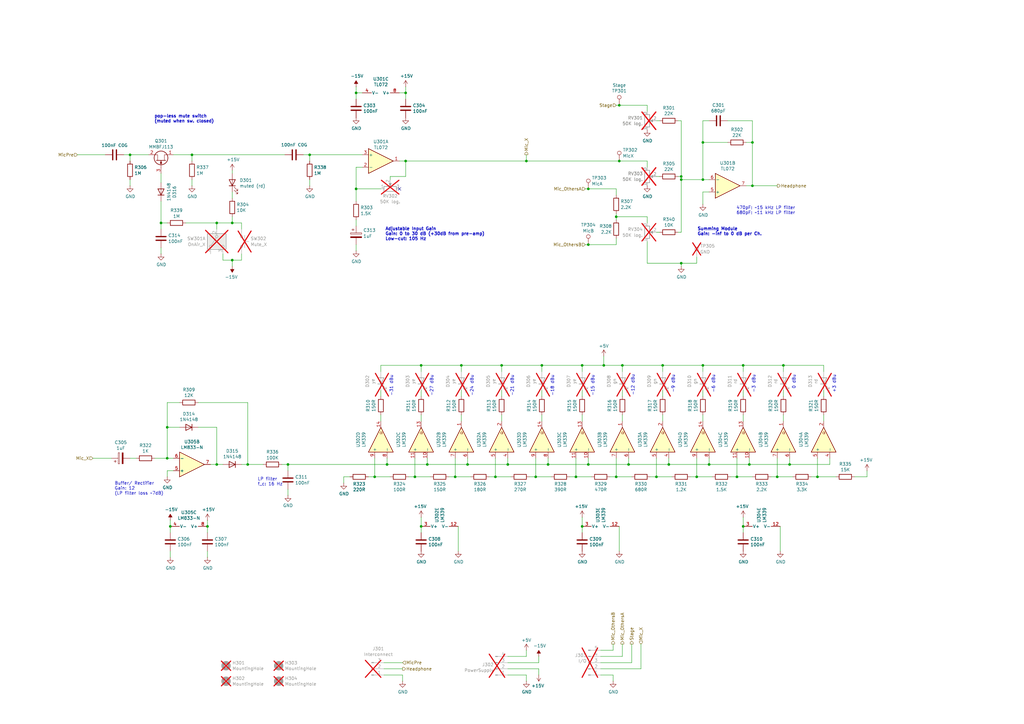
<source format=kicad_sch>
(kicad_sch (version 20250114) (generator "eeschema") (generator_version "9.0")
  (paper "A3")
  (title_block (title "c3lingo interpeter unit -- channel mixer") (date "2025-08-25") (rev "v0.4.0-dev") (company "Jannik Beyerstedt (jtbx)") (comment 1 "Prototype 3"))
  (text "Summing Module\nGain: -inf to 0 dB per Ch." (at 286.004 96.774 0) (effects (font (size 1.27 1.27) (thickness 0.254) (bold yes)) (justify left bottom)))
  (text "-18 dBu" (at 227.33 162.56 90) (effects (font (size 1.27 1.27)) (justify left bottom)))
  (text "-21 dBu" (at 210.82 162.56 90) (effects (font (size 1.27 1.27)) (justify left bottom)))
  (text "LP filter\nf_c: 16 Hz" (at 105.664 199.39 0) (effects (font (size 1.27 1.27)) (justify left bottom)))
  (text "Adjustable Input Gain\nGain: 0 to 30 dB (+30dB from pre-amp)\nLow-cut: 105 Hz" (at 157.988 98.806 0) (effects (font (size 1.27 1.27) (thickness 0.254) (bold yes)) (justify left bottom)))
  (text "-3 dBu" (at 309.88 153.67 90) (effects (font (size 1.27 1.27)) (justify right bottom)))
  (text "pop-less mute switch\n(muted when sw. closed)" (at 63.246 50.546 0) (effects (font (size 1.27 1.27) (thickness 0.254) (bold yes)) (justify left bottom)))
  (text "0 dBu" (at 326.39 153.67 90) (effects (font (size 1.27 1.27)) (justify right bottom)))
  (text "+3 dBu" (at 342.9 153.67 90) (effects (font (size 1.27 1.27)) (justify right bottom)))
  (text "-15 dBu" (at 243.84 162.56 90) (effects (font (size 1.27 1.27)) (justify left bottom)))
  (text "-9 dBu" (at 276.86 153.67 90) (effects (font (size 1.27 1.27)) (justify right bottom)))
  (text "-12 dBu" (at 260.35 162.306 90) (effects (font (size 1.27 1.27)) (justify left bottom)))
  (text "-24 dBu" (at 194.31 162.56 90) (effects (font (size 1.27 1.27)) (justify left bottom)))
  (text "-31 dBu" (at 161.29 162.56 90) (effects (font (size 1.27 1.27)) (justify left bottom)))
  (text "-27 dBu" (at 177.8 162.56 90) (effects (font (size 1.27 1.27)) (justify left bottom)))
  (text "-6 dBu" (at 293.37 153.67 90) (effects (font (size 1.27 1.27)) (justify right bottom)))
  (text "Buffer/ Rectifier\nGain: 12\n(LP filter loss ~7dB)" (at 46.99 203.2 0) (effects (font (size 1.27 1.27)) (justify left bottom)))
  (text "470pF: ~15 kHz LP filter\n680pF: ~11 kHz LP filter" (at 302.006 88.138 0) (effects (font (size 1.27 1.27) (thickness 0.1588)) (justify left bottom)))
  (junction (at 203.2 195.58))
  (junction (at 255.27 149.86))
  (junction (at 241.3 100.33))
  (junction (at 158.75 190.5))
  (junction (at 279.4 72.39))
  (junction (at 323.85 190.5))
  (junction (at 236.22 195.58))
  (junction (at 279.4 107.95))
  (junction (at 95.25 91.44))
  (junction (at 252.73 195.58))
  (junction (at 241.3 77.47))
  (junction (at 271.78 149.86))
  (junction (at 219.71 195.58))
  (junction (at 53.34 63.5))
  (junction (at 288.29 73.66))
  (junction (at 247.65 149.86))
  (junction (at 302.26 195.58))
  (junction (at 153.67 195.58))
  (junction (at 285.75 195.58))
  (junction (at 252.73 88.9))
  (junction (at 257.81 190.5))
  (junction (at 222.25 149.86))
  (junction (at 321.31 149.86))
  (junction (at 146.05 77.47))
  (junction (at 279.4 73.66))
  (junction (at 166.37 66.04))
  (junction (at 288.29 149.86))
  (junction (at 215.9 66.04))
  (junction (at 78.74 63.5))
  (junction (at 290.83 190.5))
  (junction (at 69.85 215.9))
  (junction (at 118.11 190.5))
  (junction (at 238.76 149.86))
  (junction (at 269.24 195.58))
  (junction (at 172.72 149.86))
  (junction (at 304.8 215.9))
  (junction (at 175.26 190.5))
  (junction (at 66.04 91.44))
  (junction (at 68.58 187.96))
  (junction (at 101.6 190.5))
  (junction (at 172.72 215.9))
  (junction (at 88.9 91.44))
  (junction (at 308.61 58.42))
  (junction (at 95.25 106.68))
  (junction (at 288.29 58.42))
  (junction (at 335.28 195.58))
  (junction (at 307.34 190.5))
  (junction (at 191.77 190.5))
  (junction (at 189.23 149.86))
  (junction (at 274.32 190.5))
  (junction (at 224.79 190.5))
  (junction (at 186.69 195.58))
  (junction (at 254 66.04))
  (junction (at 254 43.18))
  (junction (at 88.9 190.5))
  (junction (at 146.05 38.1))
  (junction (at 205.74 149.86))
  (junction (at 170.18 195.58))
  (junction (at 238.76 215.9))
  (junction (at 318.77 195.58))
  (junction (at 308.61 76.2))
  (junction (at 208.28 190.5))
  (junction (at 85.09 215.9))
  (junction (at 304.8 149.86))
  (junction (at 127 63.5))
  (junction (at 166.37 38.1))
  (junction (at 68.58 175.26))
  (junction (at 241.3 190.5))
  (no_connect (at 163.83 77.47))
  (wire (pts (xy 285.75 187.96) (xy 285.75 195.58)))
  (wire (pts (xy 340.36 190.5) (xy 340.36 187.96)))
  (wire (pts (xy 118.11 200.66) (xy 118.11 203.2)))
  (wire (pts (xy 166.37 66.04) (xy 215.9 66.04)))
  (wire (pts (xy 252.73 100.33) (xy 241.3 100.33)))
  (wire (pts (xy 66.04 71.12) (xy 66.04 74.93)))
  (wire (pts (xy 95.25 78.74) (xy 95.25 81.28)))
  (wire (pts (xy 307.34 190.5) (xy 307.34 187.96)))
  (wire (pts (xy 288.29 149.86) (xy 304.8 149.86)))
  (wire (pts (xy 53.34 63.5) (xy 53.34 66.04)))
  (wire (pts (xy 320.04 215.9) (xy 320.04 226.06)))
  (wire (pts (xy 208.28 190.5) (xy 208.28 187.96)))
  (wire (pts (xy 99.06 104.14) (xy 99.06 106.68)))
  (wire (pts (xy 265.43 99.06) (xy 265.43 107.95)))
  (wire (pts (xy 238.76 149.86) (xy 238.76 152.4)))
  (wire (pts (xy 165.1 276.86) (xy 165.1 279.4)))
  (wire (pts (xy 156.21 170.18) (xy 156.21 172.72)))
  (wire (pts (xy 205.74 149.86) (xy 205.74 152.4)))
  (wire (pts (xy 224.79 190.5) (xy 241.3 190.5)))
  (wire (pts (xy 118.11 193.04) (xy 118.11 190.5)))
  (wire (pts (xy 55.88 187.96) (xy 53.34 187.96)))
  (wire (pts (xy 288.29 73.66) (xy 290.83 73.66)))
  (wire (pts (xy 101.6 165.1) (xy 101.6 190.5)))
  (wire (pts (xy 189.23 160.02) (xy 189.23 162.56)))
  (wire (pts (xy 269.24 49.53) (xy 270.51 49.53)))
  (wire (pts (xy 321.31 160.02) (xy 321.31 162.56)))
  (wire (pts (xy 85.09 213.36) (xy 85.09 215.9)))
  (wire (pts (xy 269.24 72.39) (xy 270.51 72.39)))
  (wire (pts (xy 252.73 187.96) (xy 252.73 195.58)))
  (wire (pts (xy 274.32 190.5) (xy 290.83 190.5)))
  (wire (pts (xy 208.28 190.5) (xy 224.79 190.5)))
  (wire (pts (xy 335.28 195.58) (xy 342.9 195.58)))
  (wire (pts (xy 208.28 274.32) (xy 220.98 274.32)))
  (wire (pts (xy 71.12 63.5) (xy 78.74 63.5)))
  (wire (pts (xy 337.82 149.86) (xy 321.31 149.86)))
  (wire (pts (xy 88.9 190.5) (xy 88.9 175.26)))
  (wire (pts (xy 222.25 170.18) (xy 222.25 172.72)))
  (wire (pts (xy 78.74 63.5) (xy 116.84 63.5)))
  (wire (pts (xy 66.04 101.6) (xy 66.04 104.14)))
  (wire (pts (xy 220.98 276.86) (xy 220.98 274.32)))
  (wire (pts (xy 99.06 106.68) (xy 95.25 106.68)))
  (wire (pts (xy 288.29 49.53) (xy 290.83 49.53)))
  (wire (pts (xy 350.52 195.58) (xy 355.6 195.58)))
  (wire (pts (xy 146.05 38.1) (xy 146.05 40.64)))
  (wire (pts (xy 172.72 149.86) (xy 172.72 152.4)))
  (wire (pts (xy 279.4 107.95) (xy 279.4 109.22)))
  (wire (pts (xy 208.28 269.24) (xy 215.9 269.24)))
  (wire (pts (xy 68.58 165.1) (xy 68.58 175.26)))
  (wire (pts (xy 250.19 195.58) (xy 252.73 195.58)))
  (wire (pts (xy 158.75 190.5) (xy 175.26 190.5)))
  (wire (pts (xy 318.77 195.58) (xy 325.12 195.58)))
  (wire (pts (xy 215.9 63.5) (xy 215.9 66.04)))
  (wire (pts (xy 298.45 49.53) (xy 308.61 49.53)))
  (wire (pts (xy 95.25 88.9) (xy 95.25 91.44)))
  (wire (pts (xy 215.9 269.24) (xy 215.9 266.7)))
  (wire (pts (xy 205.74 149.86) (xy 189.23 149.86)))
  (wire (pts (xy 269.24 95.25) (xy 270.51 95.25)))
  (wire (pts (xy 238.76 160.02) (xy 238.76 162.56)))
  (wire (pts (xy 285.75 107.95) (xy 285.75 105.41)))
  (wire (pts (xy 335.28 195.58) (xy 332.74 195.58)))
  (wire (pts (xy 146.05 90.17) (xy 146.05 92.71)))
  (wire (pts (xy 335.28 187.96) (xy 335.28 195.58)))
  (wire (pts (xy 321.31 149.86) (xy 304.8 149.86)))
  (wire (pts (xy 246.38 266.7) (xy 251.46 266.7)))
  (wire (pts (xy 246.38 269.24) (xy 255.27 269.24)))
  (wire (pts (xy 88.9 91.44) (xy 76.2 91.44)))
  (wire (pts (xy 191.77 190.5) (xy 191.77 187.96)))
  (wire (pts (xy 241.3 190.5) (xy 257.81 190.5)))
  (wire (pts (xy 68.58 175.26) (xy 68.58 187.96)))
  (wire (pts (xy 238.76 149.86) (xy 222.25 149.86)))
  (wire (pts (xy 187.96 215.9) (xy 187.96 226.06)))
  (wire (pts (xy 238.76 215.9) (xy 238.76 218.44)))
  (wire (pts (xy 337.82 160.02) (xy 337.82 162.56)))
  (wire (pts (xy 251.46 266.7) (xy 251.46 264.16)))
  (wire (pts (xy 101.6 190.5) (xy 107.95 190.5)))
  (wire (pts (xy 337.82 170.18) (xy 337.82 172.72)))
  (wire (pts (xy 69.85 213.36) (xy 69.85 215.9)))
  (wire (pts (xy 304.8 149.86) (xy 304.8 152.4)))
  (wire (pts (xy 265.43 88.9) (xy 252.73 88.9)))
  (wire (pts (xy 85.09 226.06) (xy 85.09 228.6)))
  (wire (pts (xy 146.05 77.47) (xy 146.05 82.55)))
  (wire (pts (xy 306.07 58.42) (xy 308.61 58.42)))
  (wire (pts (xy 88.9 190.5) (xy 91.44 190.5)))
  (wire (pts (xy 255.27 170.18) (xy 255.27 172.72)))
  (wire (pts (xy 304.8 160.02) (xy 304.8 162.56)))
  (wire (pts (xy 259.08 271.78) (xy 259.08 264.16)))
  (wire (pts (xy 236.22 195.58) (xy 242.57 195.58)))
  (wire (pts (xy 252.73 80.01) (xy 252.73 77.47)))
  (wire (pts (xy 240.03 77.47) (xy 241.3 77.47)))
  (wire (pts (xy 238.76 149.86) (xy 247.65 149.86)))
  (wire (pts (xy 95.25 106.68) (xy 95.25 109.22)))
  (wire (pts (xy 31.75 63.5) (xy 43.18 63.5)))
  (wire (pts (xy 288.29 78.74) (xy 288.29 83.82)))
  (wire (pts (xy 78.74 63.5) (xy 78.74 66.04)))
  (wire (pts (xy 279.4 73.66) (xy 279.4 95.25)))
  (wire (pts (xy 252.73 88.9) (xy 252.73 90.17)))
  (wire (pts (xy 66.04 91.44) (xy 68.58 91.44)))
  (wire (pts (xy 172.72 160.02) (xy 172.72 162.56)))
  (wire (pts (xy 91.44 106.68) (xy 95.25 106.68)))
  (wire (pts (xy 127 73.66) (xy 127 76.2)))
  (wire (pts (xy 160.02 72.39) (xy 166.37 72.39)))
  (wire (pts (xy 184.15 195.58) (xy 186.69 195.58)))
  (wire (pts (xy 252.73 87.63) (xy 252.73 88.9)))
  (wire (pts (xy 279.4 107.95) (xy 285.75 107.95)))
  (wire (pts (xy 288.29 160.02) (xy 288.29 162.56)))
  (wire (pts (xy 158.75 190.5) (xy 158.75 187.96)))
  (wire (pts (xy 73.66 165.1) (xy 68.58 165.1)))
  (wire (pts (xy 274.32 190.5) (xy 274.32 187.96)))
  (wire (pts (xy 304.8 215.9) (xy 304.8 218.44)))
  (wire (pts (xy 170.18 187.96) (xy 170.18 195.58)))
  (wire (pts (xy 186.69 195.58) (xy 193.04 195.58)))
  (wire (pts (xy 167.64 195.58) (xy 170.18 195.58)))
  (wire (pts (xy 219.71 187.96) (xy 219.71 195.58)))
  (wire (pts (xy 66.04 93.98) (xy 66.04 91.44)))
  (wire (pts (xy 222.25 160.02) (xy 222.25 162.56)))
  (wire (pts (xy 337.82 149.86) (xy 337.82 152.4)))
  (wire (pts (xy 166.37 38.1) (xy 166.37 35.56)))
  (wire (pts (xy 288.29 149.86) (xy 288.29 152.4)))
  (wire (pts (xy 220.98 271.78) (xy 220.98 269.24)))
  (wire (pts (xy 146.05 77.47) (xy 156.21 77.47)))
  (wire (pts (xy 271.78 149.86) (xy 271.78 152.4)))
  (wire (pts (xy 269.24 187.96) (xy 269.24 195.58)))
  (wire (pts (xy 148.59 68.58) (xy 146.05 68.58)))
  (wire (pts (xy 157.48 276.86) (xy 165.1 276.86)))
  (wire (pts (xy 246.38 274.32) (xy 262.89 274.32)))
  (wire (pts (xy 140.97 198.12) (xy 140.97 195.58)))
  (wire (pts (xy 285.75 195.58) (xy 292.1 195.58)))
  (wire (pts (xy 86.36 190.5) (xy 88.9 190.5)))
  (wire (pts (xy 278.13 72.39) (xy 279.4 72.39)))
  (wire (pts (xy 189.23 149.86) (xy 189.23 152.4)))
  (wire (pts (xy 101.6 165.1) (xy 81.28 165.1)))
  (wire (pts (xy 157.48 274.32) (xy 165.1 274.32)))
  (wire (pts (xy 78.74 73.66) (xy 78.74 76.2)))
  (wire (pts (xy 355.6 193.04) (xy 355.6 195.58)))
  (wire (pts (xy 66.04 82.55) (xy 66.04 91.44)))
  (wire (pts (xy 252.73 97.79) (xy 252.73 100.33)))
  (wire (pts (xy 175.26 190.5) (xy 191.77 190.5)))
  (wire (pts (xy 124.46 63.5) (xy 127 63.5)))
  (wire (pts (xy 278.13 95.25) (xy 279.4 95.25)))
  (wire (pts (xy 262.89 264.16) (xy 262.89 274.32)))
  (wire (pts (xy 95.25 69.85) (xy 95.25 71.12)))
  (wire (pts (xy 166.37 66.04) (xy 163.83 66.04)))
  (wire (pts (xy 290.83 78.74) (xy 288.29 78.74)))
  (wire (pts (xy 68.58 187.96) (xy 71.12 187.96)))
  (wire (pts (xy 308.61 49.53) (xy 308.61 58.42)))
  (wire (pts (xy 302.26 187.96) (xy 302.26 195.58)))
  (wire (pts (xy 172.72 215.9) (xy 172.72 218.44)))
  (wire (pts (xy 290.83 190.5) (xy 307.34 190.5)))
  (wire (pts (xy 85.09 215.9) (xy 85.09 218.44)))
  (wire (pts (xy 73.66 175.26) (xy 68.58 175.26)))
  (wire (pts (xy 71.12 193.04) (xy 68.58 193.04)))
  (wire (pts (xy 307.34 190.5) (xy 323.85 190.5)))
  (wire (pts (xy 99.06 93.98) (xy 99.06 91.44)))
  (wire (pts (xy 236.22 187.96) (xy 236.22 195.58)))
  (wire (pts (xy 240.03 100.33) (xy 241.3 100.33)))
  (wire (pts (xy 191.77 190.5) (xy 208.28 190.5)))
  (wire (pts (xy 205.74 170.18) (xy 205.74 172.72)))
  (wire (pts (xy 151.13 195.58) (xy 153.67 195.58)))
  (wire (pts (xy 265.43 91.44) (xy 265.43 88.9)))
  (wire (pts (xy 153.67 195.58) (xy 153.67 187.96)))
  (wire (pts (xy 266.7 195.58) (xy 269.24 195.58)))
  (wire (pts (xy 255.27 149.86) (xy 271.78 149.86)))
  (wire (pts (xy 255.27 160.02) (xy 255.27 162.56)))
  (wire (pts (xy 68.58 193.04) (xy 68.58 195.58)))
  (wire (pts (xy 265.43 43.18) (xy 265.43 45.72)))
  (wire (pts (xy 308.61 58.42) (xy 308.61 76.2)))
  (wire (pts (xy 166.37 72.39) (xy 166.37 66.04)))
  (wire (pts (xy 265.43 66.04) (xy 265.43 68.58)))
  (wire (pts (xy 203.2 195.58) (xy 209.55 195.58)))
  (wire (pts (xy 318.77 187.96) (xy 318.77 195.58)))
  (wire (pts (xy 156.21 149.86) (xy 156.21 152.4)))
  (wire (pts (xy 68.58 187.96) (xy 63.5 187.96)))
  (wire (pts (xy 238.76 170.18) (xy 238.76 172.72)))
  (wire (pts (xy 265.43 107.95) (xy 279.4 107.95)))
  (wire (pts (xy 251.46 276.86) (xy 251.46 279.4)))
  (wire (pts (xy 323.85 190.5) (xy 340.36 190.5)))
  (wire (pts (xy 163.83 38.1) (xy 166.37 38.1)))
  (wire (pts (xy 186.69 187.96) (xy 186.69 195.58)))
  (wire (pts (xy 189.23 149.86) (xy 172.72 149.86)))
  (wire (pts (xy 208.28 276.86) (xy 215.9 276.86)))
  (wire (pts (xy 224.79 190.5) (xy 224.79 187.96)))
  (wire (pts (xy 146.05 35.56) (xy 146.05 38.1)))
  (wire (pts (xy 157.48 271.78) (xy 165.1 271.78)))
  (wire (pts (xy 302.26 195.58) (xy 308.61 195.58)))
  (wire (pts (xy 304.8 170.18) (xy 304.8 172.72)))
  (wire (pts (xy 38.1 187.96) (xy 45.72 187.96)))
  (wire (pts (xy 50.8 63.5) (xy 53.34 63.5)))
  (wire (pts (xy 153.67 195.58) (xy 160.02 195.58)))
  (wire (pts (xy 205.74 160.02) (xy 205.74 162.56)))
  (wire (pts (xy 255.27 149.86) (xy 255.27 152.4)))
  (wire (pts (xy 175.26 190.5) (xy 175.26 187.96)))
  (wire (pts (xy 222.25 149.86) (xy 205.74 149.86)))
  (wire (pts (xy 252.73 195.58) (xy 259.08 195.58)))
  (wire (pts (xy 271.78 170.18) (xy 271.78 172.72)))
  (wire (pts (xy 290.83 190.5) (xy 290.83 187.96)))
  (wire (pts (xy 247.65 149.86) (xy 255.27 149.86)))
  (wire (pts (xy 269.24 195.58) (xy 275.59 195.58)))
  (wire (pts (xy 247.65 146.05) (xy 247.65 149.86)))
  (wire (pts (xy 172.72 170.18) (xy 172.72 172.72)))
  (wire (pts (xy 160.02 73.66) (xy 160.02 72.39)))
  (wire (pts (xy 88.9 175.26) (xy 81.28 175.26)))
  (wire (pts (xy 172.72 212.09) (xy 172.72 215.9)))
  (wire (pts (xy 215.9 66.04) (xy 254 66.04)))
  (wire (pts (xy 271.78 160.02) (xy 271.78 162.56)))
  (wire (pts (xy 306.07 76.2) (xy 308.61 76.2)))
  (wire (pts (xy 323.85 190.5) (xy 323.85 187.96)))
  (wire (pts (xy 252.73 77.47) (xy 241.3 77.47)))
  (wire (pts (xy 233.68 195.58) (xy 236.22 195.58)))
  (wire (pts (xy 279.4 73.66) (xy 288.29 73.66)))
  (wire (pts (xy 53.34 73.66) (xy 53.34 76.2)))
  (wire (pts (xy 146.05 68.58) (xy 146.05 77.47)))
  (wire (pts (xy 241.3 190.5) (xy 241.3 187.96)))
  (wire (pts (xy 146.05 100.33) (xy 146.05 102.87)))
  (wire (pts (xy 217.17 195.58) (xy 219.71 195.58)))
  (wire (pts (xy 200.66 195.58) (xy 203.2 195.58)))
  (wire (pts (xy 222.25 149.86) (xy 222.25 152.4)))
  (wire (pts (xy 53.34 63.5) (xy 60.96 63.5)))
  (wire (pts (xy 278.13 49.53) (xy 279.4 49.53)))
  (wire (pts (xy 288.29 58.42) (xy 288.29 49.53)))
  (wire (pts (xy 299.72 195.58) (xy 302.26 195.58)))
  (wire (pts (xy 99.06 91.44) (xy 95.25 91.44)))
  (wire (pts (xy 189.23 170.18) (xy 189.23 172.72)))
  (wire (pts (xy 321.31 149.86) (xy 321.31 152.4)))
  (wire (pts (xy 156.21 149.86) (xy 172.72 149.86)))
  (wire (pts (xy 288.29 58.42) (xy 288.29 73.66)))
  (wire (pts (xy 219.71 195.58) (xy 226.06 195.58)))
  (wire (pts (xy 288.29 170.18) (xy 288.29 172.72)))
  (wire (pts (xy 208.28 271.78) (xy 220.98 271.78)))
  (wire (pts (xy 255.27 269.24) (xy 255.27 264.16)))
  (wire (pts (xy 127 63.5) (xy 148.59 63.5)))
  (wire (pts (xy 156.21 160.02) (xy 156.21 162.56)))
  (wire (pts (xy 127 63.5) (xy 127 66.04)))
  (wire (pts (xy 308.61 76.2) (xy 318.77 76.2)))
  (wire (pts (xy 279.4 49.53) (xy 279.4 72.39)))
  (wire (pts (xy 140.97 195.58) (xy 143.51 195.58)))
  (wire (pts (xy 316.23 195.58) (xy 318.77 195.58)))
  (wire (pts (xy 254 66.04) (xy 265.43 66.04)))
  (wire (pts (xy 88.9 93.98) (xy 88.9 91.44)))
  (wire (pts (xy 170.18 195.58) (xy 176.53 195.58)))
  (wire (pts (xy 254 43.18) (xy 265.43 43.18)))
  (wire (pts (xy 254 215.9) (xy 254 226.06)))
  (wire (pts (xy 69.85 215.9) (xy 69.85 218.44)))
  (wire (pts (xy 246.38 276.86) (xy 251.46 276.86)))
  (wire (pts (xy 166.37 38.1) (xy 166.37 40.64)))
  (wire (pts (xy 252.73 43.18) (xy 254 43.18)))
  (wire (pts (xy 69.85 226.06) (xy 69.85 228.6)))
  (wire (pts (xy 288.29 58.42) (xy 298.45 58.42)))
  (wire (pts (xy 283.21 195.58) (xy 285.75 195.58)))
  (wire (pts (xy 321.31 170.18) (xy 321.31 172.72)))
  (wire (pts (xy 91.44 104.14) (xy 91.44 106.68)))
  (wire (pts (xy 304.8 212.09) (xy 304.8 215.9)))
  (wire (pts (xy 238.76 212.09) (xy 238.76 215.9)))
  (wire (pts (xy 215.9 276.86) (xy 215.9 279.4)))
  (wire (pts (xy 99.06 190.5) (xy 101.6 190.5)))
  (wire (pts (xy 118.11 190.5) (xy 158.75 190.5)))
  (wire (pts (xy 279.4 72.39) (xy 279.4 73.66)))
  (wire (pts (xy 246.38 271.78) (xy 259.08 271.78)))
  (wire (pts (xy 115.57 190.5) (xy 118.11 190.5)))
  (wire (pts (xy 271.78 149.86) (xy 288.29 149.86)))
  (wire (pts (xy 203.2 187.96) (xy 203.2 195.58)))
  (wire (pts (xy 148.59 38.1) (xy 146.05 38.1)))
  (wire (pts (xy 95.25 91.44) (xy 88.9 91.44)))
  (wire (pts (xy 257.81 190.5) (xy 257.81 187.96)))
  (wire (pts (xy 257.81 190.5) (xy 274.32 190.5)))
  (hierarchical_label "Mic_OthersB" (shape output) (at 251.46 264.16 90))
  (hierarchical_label "MicPre" (shape input) (at 165.1 271.78 0))
  (hierarchical_label "Mic_X" (shape input) (at 38.1 187.96 180))
  (hierarchical_label "Stage" (shape input) (at 252.73 43.18 180))
  (hierarchical_label "Headphone" (shape output) (at 165.1 274.32 0))
  (hierarchical_label "Mic_OthersA" (shape output) (at 255.27 264.16 90))
  (hierarchical_label "MicPre" (shape input) (at 31.75 63.5 180))
  (hierarchical_label "Mic_OthersB" (shape input) (at 240.03 100.33 180))
  (hierarchical_label "Mic_OthersA" (shape input) (at 240.03 77.47 180))
  (hierarchical_label "Headphone" (shape output) (at 318.77 76.2 0))
  (hierarchical_label "Mic_X" (shape output) (at 215.9 63.5 90))
  (hierarchical_label "Stage" (shape output) (at 259.08 264.16 90))
  (hierarchical_label "Mic_X" (shape input) (at 262.89 264.16 90))
  (symbol (lib_id "Device:R") (at 53.34 69.85 0) (unit 1)
    (property "Reference" "R306" (at 55.118 68.6378 0) (effects (justify left)))
    (property "Value" "1M" (at 55.118 71.0621 0) (effects (justify left)))
    (property "Footprint" "Resistor_SMD:R_0805_2012Metric_Pad1.20x1.40mm_HandSolder" (effects (hide yes)))
  )
  (symbol (lib_id "Connector:TestPoint") (at 254 66.04 0) (unit 1) (in_bom no)
    (property "Reference" "TP302" (at 255.397 61.5258 0) (effects (justify left)))
    (property "Value" "MicX" (at 255.397 63.9501 0) (effects (justify left)))
    (property "Footprint" "TestPoint:TestPoint_THTPad_D2.0mm_Drill1.0mm" (effects (hide yes)))
  )
  (symbol (lib_id "Connector:TestPoint") (at 241.3 77.47 0) (unit 1) (in_bom no)
    (property "Reference" "TP303" (at 242.697 72.9558 0) (effects (justify left)))
    (property "Value" "MicA" (at 242.697 75.3801 0) (effects (justify left)))
    (property "Footprint" "TestPoint:TestPoint_THTPad_D2.0mm_Drill1.0mm" (effects (hide yes)))
  )
  (symbol (lib_id "Connector:TestPoint") (at 241.3 100.33 0) (unit 1) (in_bom no)
    (property "Reference" "TP304" (at 241.3 92.2485 0))
    (property "Value" "MicB" (at 241.3 94.6728 0))
    (property "Footprint" "TestPoint:TestPoint_THTPad_D2.0mm_Drill1.0mm" (effects (hide yes)))
  )
  (symbol (lib_id "Connector:TestPoint") (at 254 43.18 0) (unit 1) (in_bom no)
    (property "Reference" "TP301" (at 254 37.2618 0))
    (property "Value" "Stage" (at 254 34.9504 0))
    (property "Footprint" "TestPoint:TestPoint_THTPad_D2.0mm_Drill1.0mm" (effects (hide yes)))
  )
  (symbol (lib_id "power:GND") (at 265.43 53.34 0) (unit 1)
    (property "Reference" "#PWR0302" (effects (hide yes)))
    (property "Value" "GND" (at 265.557 57.7342 0))
    (property "Description" "Power symbol creates a global label with name \"GND\" , ground" (effects (hide yes)))
  )
  (symbol (lib_id "power:GND") (at 279.4 109.22 0) (unit 1)
    (property "Reference" "#PWR0311" (effects (hide yes)))
    (property "Value" "GND" (at 279.527 113.6142 0))
    (property "Description" "Power symbol creates a global label with name \"GND\" , ground" (effects (hide yes)))
  )
  (symbol (lib_id "Device:R_Potentiometer") (at 265.43 95.25 0) (mirror x) (unit 1) (dnp yes)
    (property "Reference" "RV304" (at 263.652 94.0378 0) (effects (justify right)))
    (property "Value" "50K log." (at 263.652 96.4621 0) (effects (justify right)))
    (property "Footprint" "c3lingo_unit-footprints:Potentiometer_CUI_PTN09X_Single_Vertical" (effects (hide yes)))
    (property "Description" "Potentiometer" (effects (hide yes)))
    (property "Model" "CUI Devices PTN091-V50115K1A (single, vert.)" (effects (hide yes)))
  )
  (symbol (lib_id "power:GND") (at 265.43 76.2 0) (unit 1)
    (property "Reference" "#PWR0304" (effects (hide yes)))
    (property "Value" "GND" (at 265.557 80.5942 0))
    (property "Description" "Power symbol creates a global label with name \"GND\" , ground" (effects (hide yes)))
  )
  (symbol (lib_id "Device:R") (at 274.32 49.53 270) (unit 1)
    (property "Reference" "R301" (at 274.32 44.2722 90))
    (property "Value" "22K" (at 274.32 46.5836 90))
    (property "Footprint" "Resistor_SMD:R_0805_2012Metric_Pad1.20x1.40mm_HandSolder" (effects (hide yes)))
    (property "LCSC Part #" "C17560" (effects (hide yes)))
  )
  (symbol (lib_id "power:GND") (at 166.37 48.26 0) (unit 1)
    (property "Reference" "#PWR0310" (effects (hide yes)))
    (property "Value" "GND" (at 166.497 52.6542 0))
    (property "Description" "Power symbol creates a global label with name \"GND\" , ground" (effects (hide yes)))
  )
  (symbol (lib_id "power:GND") (at 146.05 48.26 0) (unit 1)
    (property "Reference" "#PWR0309" (effects (hide yes)))
    (property "Value" "GND" (at 146.177 52.6542 0))
    (property "Description" "Power symbol creates a global label with name \"GND\" , ground" (effects (hide yes)))
  )
  (symbol (lib_id "Device:C") (at 146.05 44.45 180) (unit 1)
    (property "Reference" "C303" (at 148.971 43.2816 0) (effects (justify right)))
    (property "Value" "100nF" (at 148.971 45.593 0) (effects (justify right)))
    (property "Footprint" "Capacitor_SMD:C_0603_1608Metric_Pad1.08x0.95mm_HandSolder" (effects (hide yes)))
    (property "LCSC Part #" "C14663" (effects (hide yes)))
    (property "Model" "10% X7R 25V+" (effects (hide yes)))
  )
  (symbol (lib_id "Device:C") (at 166.37 44.45 180) (unit 1)
    (property "Reference" "C304" (at 169.291 43.2816 0) (effects (justify right)))
    (property "Value" "100nF" (at 169.291 45.593 0) (effects (justify right)))
    (property "Footprint" "Capacitor_SMD:C_0603_1608Metric_Pad1.08x0.95mm_HandSolder" (effects (hide yes)))
    (property "LCSC Part #" "C14663" (effects (hide yes)))
    (property "Model" "10% X7R 25V+" (effects (hide yes)))
  )
  (symbol (lib_id "power:+15V") (at 166.37 35.56 0) (unit 1)
    (property "Reference" "#PWR0308" (effects (hide yes)))
    (property "Value" "+15V" (at 166.751 31.1658 0))
    (property "Description" "Power symbol creates a global label with name \"+15V\"" (effects (hide yes)))
  )
  (symbol (lib_id "power:-15V") (at 146.05 35.56 0) (unit 1)
    (property "Reference" "#PWR0307" (effects (hide yes)))
    (property "Value" "-15V" (at 146.431 31.1658 0))
    (property "Description" "Power symbol creates a global label with name \"-15V\"" (effects (hide yes)))
  )
  (symbol (lib_id "Amplifier_Operational:TL072") (at 156.21 40.64 270) (unit 3)
    (property "Reference" "U301" (at 156.21 32.385 90))
    (property "Value" "TL072" (at 156.21 34.6964 90))
    (property "Footprint" "Package_SO:SOIC-8_3.9x4.9mm_P1.27mm" (effects (hide yes)))
    (property "Datasheet" "http://www.ti.com/lit/ds/symlink/tl071.pdf" (effects (hide yes)))
    (property "Description" "Dual Low-Noise JFET-Input Operational Amplifiers, DIP-8/SOIC-8" (effects (hide yes)))
    (property "Model" "TL072{C,HI,I}DR" (effects (hide yes)))
    (property "LCSC Part #" "C67473" (effects (hide yes)))
  )
  (symbol (lib_id "Amplifier_Operational:TL072") (at 298.45 76.2 0) (mirror x) (unit 2)
    (property "Reference" "U301" (at 298.45 66.8782 0))
    (property "Value" "TL072" (at 298.45 69.1896 0))
    (property "Footprint" "Package_SO:SOIC-8_3.9x4.9mm_P1.27mm" (effects (hide yes)))
    (property "Datasheet" "http://www.ti.com/lit/ds/symlink/tl071.pdf" (effects (hide yes)))
    (property "Description" "Dual Low-Noise JFET-Input Operational Amplifiers, DIP-8/SOIC-8" (effects (hide yes)))
    (property "Model" "TL072{C,HI,I}DR" (effects (hide yes)))
    (property "LCSC Part #" "C67473" (effects (hide yes)))
  )
  (symbol (lib_id "Device:R") (at 302.26 58.42 270) (unit 1)
    (property "Reference" "R302" (at 302.26 53.1622 90))
    (property "Value" "22K" (at 302.26 55.4736 90))
    (property "Footprint" "Resistor_SMD:R_0805_2012Metric_Pad1.20x1.40mm_HandSolder" (effects (hide yes)))
    (property "LCSC Part #" "C17560" (effects (hide yes)))
  )
  (symbol (lib_id "Device:R_Potentiometer") (at 265.43 49.53 0) (mirror x) (unit 1) (dnp yes)
    (property "Reference" "RV301" (at 263.652 48.3616 0) (effects (justify right)))
    (property "Value" "50K log." (at 263.652 50.673 0) (effects (justify right)))
    (property "Footprint" "c3lingo_unit-footprints:Potentiometer_CUI_PTN09X_Single_Vertical" (effects (hide yes)))
    (property "Model" "CUI Devices PTN091-V50115K1A (single, vert.)" (effects (hide yes)))
  )
  (symbol (lib_id "Device:C") (at 294.64 49.53 270) (unit 1)
    (property "Reference" "C301" (at 294.64 43.1292 90) (effects (font (thickness 0.1588))))
    (property "Value" "680pF" (at 294.64 45.4406 90) (effects (font (thickness 0.1588))))
    (property "Footprint" "Capacitor_SMD:C_0603_1608Metric_Pad1.08x0.95mm_HandSolder" (effects (hide yes)))
    (property "LCSC Part #" "C107055" (effects (hide yes)))
    (property "Model" "5% NP0" (effects (hide yes)))
  )
  (symbol (lib_id "power:GND") (at 288.29 83.82 0) (unit 1)
    (property "Reference" "#PWR0305" (effects (hide yes)))
    (property "Value" "GND" (at 288.417 88.2142 0))
    (property "Description" "Power symbol creates a global label with name \"GND\" , ground" (effects (hide yes)))
  )
  (symbol (lib_id "Device:R_Potentiometer") (at 265.43 72.39 0) (mirror x) (unit 1) (dnp yes)
    (property "Reference" "RV303" (at 263.6774 71.2216 0) (effects (justify right)))
    (property "Value" "50K log." (at 263.6774 73.533 0) (effects (justify right)))
    (property "Footprint" "c3lingo_unit-footprints:Potentiometer_CUI_PTN09X_Single_Vertical" (effects (hide yes)))
    (property "Model" "CUI Devices PTN091-V50115K1A (single, vert.)" (effects (hide yes)))
  )
  (symbol (lib_id "Device:R") (at 274.32 72.39 270) (unit 1)
    (property "Reference" "R305" (at 274.32 67.1322 90))
    (property "Value" "22K" (at 274.32 69.4436 90))
    (property "Footprint" "Resistor_SMD:R_0805_2012Metric_Pad1.20x1.40mm_HandSolder" (effects (hide yes)))
    (property "LCSC Part #" "C17560" (effects (hide yes)))
  )
  (symbol (lib_id "Device:R") (at 252.73 83.82 0) (unit 1)
    (property "Reference" "R307" (at 254.508 82.6078 0) (effects (justify left)))
    (property "Value" "2.2K" (at 254.508 85.0321 0) (effects (justify left)))
    (property "Footprint" "Resistor_SMD:R_0805_2012Metric_Pad1.20x1.40mm_HandSolder" (effects (hide yes)))
  )
  (symbol (lib_id "Device:R") (at 252.73 93.98 180) (unit 1)
    (property "Reference" "R308" (at 250.9521 92.7678 0) (effects (justify left)))
    (property "Value" "2.2K" (at 250.9521 95.1921 0) (effects (justify left)))
    (property "Footprint" "Resistor_SMD:R_0805_2012Metric_Pad1.20x1.40mm_HandSolder" (effects (hide yes)))
  )
  (symbol (lib_id "power:+15V") (at 220.98 276.86 180) (unit 1)
    (property "Reference" "#PWR0331" (effects (hide yes)))
    (property "Value" "+15V" (at 220.599 281.2542 0))
    (property "Description" "Power symbol creates a global label with name \"+15V\"" (effects (hide yes)))
  )
  (symbol (lib_id "power:-15V") (at 220.98 269.24 0) (unit 1)
    (property "Reference" "#PWR0330" (effects (hide yes)))
    (property "Value" "-15V" (at 221.361 264.8458 0))
    (property "Description" "Power symbol creates a global label with name \"-15V\"" (effects (hide yes)))
  )
  (symbol (lib_id "Amplifier_Operational:TL072") (at 156.21 66.04 0) (unit 1)
    (property "Reference" "U301" (at 156.21 58.0855 0))
    (property "Value" "TL072" (at 156.21 60.5098 0))
    (property "Footprint" "Package_SO:SOIC-8_3.9x4.9mm_P1.27mm" (effects (hide yes)))
    (property "Datasheet" "http://www.ti.com/lit/ds/symlink/tl071.pdf" (effects (hide yes)))
    (property "Description" "Dual Low-Noise JFET-Input Operational Amplifiers, DIP-8/SOIC-8" (effects (hide yes)))
    (property "Model" "TL072{C,HI,I}DR" (effects (hide yes)))
    (property "LCSC Part #" "C67473" (effects (hide yes)))
  )
  (symbol (lib_id "Device:C") (at 46.99 63.5 270) (unit 1)
    (property "Reference" "C302" (effects (hide yes)))
    (property "Value" "100nF C0G" (at 46.99 59.6209 90))
    (property "Footprint" "Capacitor_SMD:C_1206_3216Metric_Pad1.33x1.80mm_HandSolder" (effects (hide yes)))
    (property "LCSC Part #" "C97946" (effects (hide yes)))
  )
  (symbol (lib_id "Device:R") (at 146.05 86.36 0) (unit 1)
    (property "Reference" "R303" (at 147.828 85.1478 0) (effects (justify left)))
    (property "Value" "1.5K" (at 147.828 87.5721 0) (effects (justify left)))
    (property "Footprint" "Resistor_SMD:R_0805_2012Metric_Pad1.20x1.40mm_HandSolder" (effects (hide yes)))
  )
  (symbol (lib_id "Device:R_Potentiometer") (at 160.02 77.47 90) (unit 1) (dnp yes)
    (property "Reference" "RV302" (at 160.02 80.391 90))
    (property "Value" "50K log." (at 160.02 82.7024 90))
    (property "Footprint" "c3lingo_unit-footprints:Potentiometer_CUI_PTN09X_Single_Vertical" (effects (hide yes)))
    (property "Model" "CUI Devices PTN091-V50115K1A (single, vert.)" (effects (hide yes)))
  )
  (symbol (lib_id "Comparator:LM339") (at 337.82 180.34 90) (unit 1)
    (property "Reference" "U304" (at 328.4982 180.34 0))
    (property "Value" "LM339" (at 330.8096 180.34 0))
    (property "Footprint" "Package_SO:SOIC-14_3.9x8.7mm_P1.27mm" (effects (hide yes)))
    (property "Datasheet" "https://www.st.com/resource/en/datasheet/lm139.pdf" (effects (hide yes)))
    (property "Model" "LM339DR (SOIC-14)" (effects (hide yes)))
    (property "LCSC Part #" "C7948" (effects (hide yes)))
  )
  (symbol (lib_id "Comparator:LM339") (at 321.31 180.34 90) (unit 2)
    (property "Reference" "U304" (at 311.9882 180.34 0))
    (property "Value" "LM339" (at 314.2996 180.34 0))
    (property "Footprint" "Package_SO:SOIC-14_3.9x8.7mm_P1.27mm" (effects (hide yes)))
    (property "Datasheet" "https://www.st.com/resource/en/datasheet/lm139.pdf" (effects (hide yes)))
    (property "Model" "LM339DR (SOIC-14)" (effects (hide yes)))
    (property "LCSC Part #" "C7948" (effects (hide yes)))
  )
  (symbol (lib_id "Comparator:LM339") (at 304.8 180.34 90) (unit 3)
    (property "Reference" "U304" (at 295.4782 180.34 0))
    (property "Value" "LM339" (at 297.7896 180.34 0))
    (property "Footprint" "Package_SO:SOIC-14_3.9x8.7mm_P1.27mm" (effects (hide yes)))
    (property "Datasheet" "https://www.st.com/resource/en/datasheet/lm139.pdf" (effects (hide yes)))
    (property "Model" "LM339DR (SOIC-14)" (effects (hide yes)))
    (property "LCSC Part #" "C7948" (effects (hide yes)))
  )
  (symbol (lib_id "Comparator:LM339") (at 288.29 180.34 90) (unit 4)
    (property "Reference" "U304" (at 278.9682 180.34 0))
    (property "Value" "LM339" (at 281.2796 180.34 0))
    (property "Footprint" "Package_SO:SOIC-14_3.9x8.7mm_P1.27mm" (effects (hide yes)))
    (property "Datasheet" "https://www.st.com/resource/en/datasheet/lm139.pdf" (effects (hide yes)))
    (property "Model" "LM339DR (SOIC-14)" (effects (hide yes)))
    (property "LCSC Part #" "C7948" (effects (hide yes)))
  )
  (symbol (lib_id "Comparator:LM339") (at 180.34 213.36 90) (unit 5)
    (property "Reference" "U302" (at 179.1716 214.4268 0) (effects (justify left)))
    (property "Value" "LM339" (at 181.483 214.4268 0) (effects (justify left)))
    (property "Footprint" "Package_SO:SOIC-14_3.9x8.7mm_P1.27mm" (effects (hide yes)))
    (property "Datasheet" "https://www.st.com/resource/en/datasheet/lm139.pdf" (effects (hide yes)))
    (property "Model" "LM339DR (SOIC-14)" (effects (hide yes)))
    (property "LCSC Part #" "C7948" (effects (hide yes)))
  )
  (symbol (lib_id "Device:R") (at 328.93 195.58 90) (unit 1)
    (property "Reference" "R334" (at 328.93 198.501 90))
    (property "Value" "3.3K" (at 328.93 200.8124 90))
    (property "Footprint" "Resistor_SMD:R_0603_1608Metric_Pad0.98x0.95mm_HandSolder" (effects (hide yes)))
  )
  (symbol (lib_id "Device:R") (at 279.4 195.58 90) (unit 1)
    (property "Reference" "R331" (at 279.4 198.501 90))
    (property "Value" "1.2K" (at 279.4 200.8124 90))
    (property "Footprint" "Resistor_SMD:R_0603_1608Metric_Pad0.98x0.95mm_HandSolder" (effects (hide yes)))
  )
  (symbol (lib_id "Device:R") (at 312.42 195.58 90) (unit 1)
    (property "Reference" "R333" (at 312.42 198.501 90))
    (property "Value" "2.2K" (at 312.42 200.8124 90))
    (property "Footprint" "Resistor_SMD:R_0603_1608Metric_Pad0.98x0.95mm_HandSolder" (effects (hide yes)))
  )
  (symbol (lib_id "Device:R") (at 295.91 195.58 90) (unit 1)
    (property "Reference" "R332" (at 295.91 198.501 90))
    (property "Value" "1.5K" (at 295.91 200.8124 90))
    (property "Footprint" "Resistor_SMD:R_0603_1608Metric_Pad0.98x0.95mm_HandSolder" (effects (hide yes)))
  )
  (symbol (lib_id "Comparator:LM339") (at 271.78 180.34 90) (unit 1)
    (property "Reference" "U303" (at 262.4582 180.34 0))
    (property "Value" "LM339" (at 264.7696 180.34 0))
    (property "Footprint" "Package_SO:SOIC-14_3.9x8.7mm_P1.27mm" (effects (hide yes)))
    (property "Datasheet" "https://www.st.com/resource/en/datasheet/lm139.pdf" (effects (hide yes)))
    (property "Model" "LM339DR (SOIC-14)" (effects (hide yes)))
    (property "LCSC Part #" "C7948" (effects (hide yes)))
  )
  (symbol (lib_id "Comparator:LM339") (at 255.27 180.34 90) (unit 2)
    (property "Reference" "U303" (at 245.9482 180.34 0))
    (property "Value" "LM339" (at 248.2596 180.34 0))
    (property "Footprint" "Package_SO:SOIC-14_3.9x8.7mm_P1.27mm" (effects (hide yes)))
    (property "Datasheet" "https://www.st.com/resource/en/datasheet/lm139.pdf" (effects (hide yes)))
    (property "Model" "LM339DR (SOIC-14)" (effects (hide yes)))
    (property "LCSC Part #" "C7948" (effects (hide yes)))
  )
  (symbol (lib_id "Comparator:LM339") (at 238.76 180.34 90) (unit 3)
    (property "Reference" "U303" (at 229.4382 180.34 0))
    (property "Value" "LM339" (at 231.7496 180.34 0))
    (property "Footprint" "Package_SO:SOIC-14_3.9x8.7mm_P1.27mm" (effects (hide yes)))
    (property "Datasheet" "https://www.st.com/resource/en/datasheet/lm139.pdf" (effects (hide yes)))
    (property "Model" "LM339DR (SOIC-14)" (effects (hide yes)))
    (property "LCSC Part #" "C7948" (effects (hide yes)))
  )
  (symbol (lib_id "Comparator:LM339") (at 222.25 180.34 90) (unit 4)
    (property "Reference" "U303" (at 212.9282 180.34 0))
    (property "Value" "LM339" (at 215.2396 180.34 0))
    (property "Footprint" "Package_SO:SOIC-14_3.9x8.7mm_P1.27mm" (effects (hide yes)))
    (property "Datasheet" "https://www.st.com/resource/en/datasheet/lm139.pdf" (effects (hide yes)))
    (property "Model" "LM339DR (SOIC-14)" (effects (hide yes)))
    (property "LCSC Part #" "C7948" (effects (hide yes)))
  )
  (symbol (lib_id "Device:R") (at 262.89 195.58 90) (unit 1)
    (property "Reference" "R330" (at 262.89 198.501 90))
    (property "Value" "680R" (at 262.89 200.8124 90))
    (property "Footprint" "Resistor_SMD:R_0603_1608Metric_Pad0.98x0.95mm_HandSolder" (effects (hide yes)))
  )
  (symbol (lib_id "Device:R") (at 213.36 195.58 90) (unit 1)
    (property "Reference" "R327" (at 213.36 198.501 90))
    (property "Value" "270R" (at 213.36 200.8124 90))
    (property "Footprint" "Resistor_SMD:R_0603_1608Metric_Pad0.98x0.95mm_HandSolder" (effects (hide yes)))
  )
  (symbol (lib_id "Device:R") (at 246.38 195.58 90) (unit 1)
    (property "Reference" "R329" (at 246.38 198.501 90))
    (property "Value" "470R" (at 246.38 200.8124 90))
    (property "Footprint" "Resistor_SMD:R_0603_1608Metric_Pad0.98x0.95mm_HandSolder" (effects (hide yes)))
  )
  (symbol (lib_id "Device:R") (at 229.87 195.58 90) (unit 1)
    (property "Reference" "R328" (at 229.87 198.501 90))
    (property "Value" "390R" (at 229.87 200.8124 90))
    (property "Footprint" "Resistor_SMD:R_0603_1608Metric_Pad0.98x0.95mm_HandSolder" (effects (hide yes)))
  )
  (symbol (lib_id "Comparator:LM339") (at 205.74 180.34 90) (unit 1)
    (property "Reference" "U302" (at 196.4182 180.34 0))
    (property "Value" "LM339" (at 198.7296 180.34 0))
    (property "Footprint" "Package_SO:SOIC-14_3.9x8.7mm_P1.27mm" (effects (hide yes)))
    (property "Datasheet" "https://www.st.com/resource/en/datasheet/lm139.pdf" (effects (hide yes)))
    (property "Model" "LM339DR (SOIC-14)" (effects (hide yes)))
    (property "LCSC Part #" "C7948" (effects (hide yes)))
  )
  (symbol (lib_id "Comparator:LM339") (at 189.23 180.34 90) (unit 2)
    (property "Reference" "U302" (at 179.9082 180.34 0))
    (property "Value" "LM339" (at 182.2196 180.34 0))
    (property "Footprint" "Package_SO:SOIC-14_3.9x8.7mm_P1.27mm" (effects (hide yes)))
    (property "Datasheet" "https://www.st.com/resource/en/datasheet/lm139.pdf" (effects (hide yes)))
    (property "Model" "LM339DR (SOIC-14)" (effects (hide yes)))
    (property "LCSC Part #" "C7948" (effects (hide yes)))
  )
  (symbol (lib_id "Comparator:LM339") (at 172.72 180.34 90) (unit 3)
    (property "Reference" "U302" (at 163.3982 180.34 0))
    (property "Value" "LM339" (at 165.7096 180.34 0))
    (property "Footprint" "Package_SO:SOIC-14_3.9x8.7mm_P1.27mm" (effects (hide yes)))
    (property "Datasheet" "https://www.st.com/resource/en/datasheet/lm139.pdf" (effects (hide yes)))
    (property "Model" "LM339DR (SOIC-14)" (effects (hide yes)))
    (property "LCSC Part #" "C7948" (effects (hide yes)))
  )
  (symbol (lib_id "Comparator:LM339") (at 156.21 180.34 90) (unit 4)
    (property "Reference" "U302" (at 146.8882 180.34 0))
    (property "Value" "LM339" (at 149.1996 180.34 0))
    (property "Footprint" "Package_SO:SOIC-14_3.9x8.7mm_P1.27mm" (effects (hide yes)))
    (property "Datasheet" "https://www.st.com/resource/en/datasheet/lm139.pdf" (effects (hide yes)))
    (property "Model" "LM339DR (SOIC-14)" (effects (hide yes)))
    (property "LCSC Part #" "C7948" (effects (hide yes)))
  )
  (symbol (lib_id "Device:R") (at 196.85 195.58 90) (unit 1)
    (property "Reference" "R326" (at 196.85 198.501 90))
    (property "Value" "180R" (at 196.85 200.8124 90))
    (property "Footprint" "Resistor_SMD:R_0603_1608Metric_Pad0.98x0.95mm_HandSolder" (effects (hide yes)))
  )
  (symbol (lib_id "Device:R") (at 147.32 195.58 90) (mirror x) (unit 1)
    (property "Reference" "R323" (at 147.32 198.501 90) (effects (font (thickness 0.1588))))
    (property "Value" "220R" (at 147.32 200.8124 90) (effects (font (thickness 0.1588))))
    (property "Footprint" "Resistor_SMD:R_0603_1608Metric_Pad0.98x0.95mm_HandSolder" (effects (hide yes)))
  )
  (symbol (lib_id "Device:R") (at 180.34 195.58 90) (unit 1)
    (property "Reference" "R325" (at 180.34 198.501 90))
    (property "Value" "150R" (at 180.34 200.8124 90))
    (property "Footprint" "Resistor_SMD:R_0603_1608Metric_Pad0.98x0.95mm_HandSolder" (effects (hide yes)))
  )
  (symbol (lib_id "Device:R") (at 163.83 195.58 90) (unit 1)
    (property "Reference" "R324" (at 163.83 198.501 90))
    (property "Value" "100R" (at 163.83 200.8124 90))
    (property "Footprint" "Resistor_SMD:R_0603_1608Metric_Pad0.98x0.95mm_HandSolder" (effects (hide yes)))
  )
  (symbol (lib_id "Device:R") (at 337.82 166.37 0) (unit 1)
    (property "Reference" "R321" (at 332.5622 166.37 90))
    (property "Value" "150R" (at 334.8736 166.37 90))
    (property "Footprint" "Resistor_SMD:R_0805_2012Metric_Pad1.20x1.40mm_HandSolder" (effects (hide yes)))
    (property "Description" "for red LED" (effects (hide yes)))
  )
  (symbol (lib_id "Device:LED") (at 337.82 156.21 90) (unit 1) (dnp yes)
    (property "Reference" "D313" (at 332.3082 156.3878 0))
    (property "Value" "rd" (at 334.6196 156.3878 0))
    (property "Footprint" "LED_THT:LED_Rectangular_W5.0mm_H2.0mm" (effects (hide yes)))
    (property "Description" "needs 150R @5V" (effects (hide yes)))
    (property "Model" "LTL433HR or WP113IDT (2.0 V, 20 mA)" (effects (hide yes)))
  )
  (symbol (lib_id "Device:R") (at 321.31 166.37 0) (unit 1)
    (property "Reference" "R320" (at 316.0522 166.37 90))
    (property "Value" "150R" (at 318.3636 166.37 90))
    (property "Footprint" "Resistor_SMD:R_0805_2012Metric_Pad1.20x1.40mm_HandSolder" (effects (hide yes)))
    (property "Description" "for yellow LED" (effects (hide yes)))
  )
  (symbol (lib_id "Device:LED") (at 321.31 156.21 90) (unit 1) (dnp yes)
    (property "Reference" "D312" (at 315.7982 156.3878 0))
    (property "Value" "rd" (at 318.1096 156.3878 0))
    (property "Footprint" "LED_THT:LED_Rectangular_W5.0mm_H2.0mm" (effects (hide yes)))
    (property "Description" "needs 150R @5V" (effects (hide yes)))
    (property "Model" "LTL433HR or WP113IDT (2.0 V, 20 mA)" (effects (hide yes)))
  )
  (symbol (lib_id "Device:R") (at 304.8 166.37 0) (unit 1)
    (property "Reference" "R319" (at 299.5422 166.37 90))
    (property "Value" "150R" (at 301.8536 166.37 90))
    (property "Footprint" "Resistor_SMD:R_0805_2012Metric_Pad1.20x1.40mm_HandSolder" (effects (hide yes)))
    (property "Description" "for yellow LED" (effects (hide yes)))
  )
  (symbol (lib_id "Device:LED") (at 304.8 156.21 90) (unit 1) (dnp yes)
    (property "Reference" "D311" (at 299.2882 156.3878 0))
    (property "Value" "rd" (at 301.5996 156.3878 0))
    (property "Footprint" "LED_THT:LED_Rectangular_W5.0mm_H2.0mm" (effects (hide yes)))
    (property "Description" "needs 150R @5V" (effects (hide yes)))
    (property "Model" "LTL433HR or WP113IDT (2.0 V, 20 mA)" (effects (hide yes)))
  )
  (symbol (lib_id "Device:R") (at 288.29 166.37 0) (unit 1)
    (property "Reference" "R318" (at 283.0322 166.37 90))
    (property "Value" "150R" (at 285.3436 166.37 90))
    (property "Footprint" "Resistor_SMD:R_0805_2012Metric_Pad1.20x1.40mm_HandSolder" (effects (hide yes)))
    (property "Description" "for green LED" (effects (hide yes)))
  )
  (symbol (lib_id "Device:LED") (at 288.29 156.21 90) (unit 1) (dnp yes)
    (property "Reference" "D310" (at 282.7782 156.3878 0))
    (property "Value" "gn" (at 285.0896 156.3878 0))
    (property "Footprint" "LED_THT:LED_Rectangular_W5.0mm_H2.0mm" (effects (hide yes)))
    (property "Description" "needs 150R @5V" (effects (hide yes)))
    (property "Model" "LTL433G or WP113GDT (2.2 V, 20 mA)" (effects (hide yes)))
    (property "LCSC Part #" "C2297" (effects (hide yes)))
  )
  (symbol (lib_id "Device:R") (at 271.78 166.37 0) (unit 1)
    (property "Reference" "R317" (at 266.5222 166.37 90))
    (property "Value" "150R" (at 268.8336 166.37 90))
    (property "Footprint" "Resistor_SMD:R_0805_2012Metric_Pad1.20x1.40mm_HandSolder" (effects (hide yes)))
    (property "Description" "for green LED" (effects (hide yes)))
  )
  (symbol (lib_id "Device:LED") (at 271.78 156.21 90) (unit 1) (dnp yes)
    (property "Reference" "D309" (at 266.2682 156.3878 0))
    (property "Value" "gn" (at 268.5796 156.3878 0))
    (property "Footprint" "LED_THT:LED_Rectangular_W5.0mm_H2.0mm" (effects (hide yes)))
    (property "Description" "needs 150R @5V" (effects (hide yes)))
    (property "Model" "LTL433G or WP113GDT (2.2 V, 20 mA)" (effects (hide yes)))
    (property "LCSC Part #" "C2297" (effects (hide yes)))
  )
  (symbol (lib_id "Device:R") (at 255.27 166.37 0) (unit 1)
    (property "Reference" "R316" (at 250.0122 166.37 90))
    (property "Value" "150R" (at 252.3236 166.37 90))
    (property "Footprint" "Resistor_SMD:R_0805_2012Metric_Pad1.20x1.40mm_HandSolder" (effects (hide yes)))
    (property "Description" "for green LED" (effects (hide yes)))
  )
  (symbol (lib_id "Device:LED") (at 255.27 156.21 90) (unit 1) (dnp yes)
    (property "Reference" "D308" (at 249.7582 156.3878 0))
    (property "Value" "gn" (at 252.0696 156.3878 0))
    (property "Footprint" "LED_THT:LED_Rectangular_W5.0mm_H2.0mm" (effects (hide yes)))
    (property "Description" "needs 150R @5V" (effects (hide yes)))
    (property "Model" "LTL433G or WP113GDT (2.2 V, 20 mA)" (effects (hide yes)))
    (property "LCSC Part #" "C2297" (effects (hide yes)))
  )
  (symbol (lib_id "Device:R") (at 238.76 166.37 0) (unit 1)
    (property "Reference" "R315" (at 233.5022 166.37 90))
    (property "Value" "150R" (at 235.8136 166.37 90))
    (property "Footprint" "Resistor_SMD:R_0805_2012Metric_Pad1.20x1.40mm_HandSolder" (effects (hide yes)))
    (property "Description" "for yellow LED" (effects (hide yes)))
  )
  (symbol (lib_id "Device:LED") (at 238.76 156.21 90) (unit 1) (dnp yes)
    (property "Reference" "D307" (at 233.2482 156.3878 0))
    (property "Value" "ye" (at 235.5596 156.3878 0))
    (property "Footprint" "LED_THT:LED_Rectangular_W5.0mm_H2.0mm" (effects (hide yes)))
    (property "Description" "needs 150R @5V" (effects (hide yes)))
    (property "Model" "LTL-433Y (2.1 V, 20 mA) or WP113YDT (2.0 V, 20 mA)" (effects (hide yes)))
  )
  (symbol (lib_id "Device:R") (at 222.25 166.37 0) (unit 1)
    (property "Reference" "R314" (at 216.9922 166.37 90))
    (property "Value" "150R" (at 219.3036 166.37 90))
    (property "Footprint" "Resistor_SMD:R_0805_2012Metric_Pad1.20x1.40mm_HandSolder" (effects (hide yes)))
    (property "Description" "for yellow LED" (effects (hide yes)))
  )
  (symbol (lib_id "Device:LED") (at 222.25 156.21 90) (unit 1) (dnp yes)
    (property "Reference" "D306" (at 216.7382 156.3878 0))
    (property "Value" "ye" (at 219.0496 156.3878 0))
    (property "Footprint" "LED_THT:LED_Rectangular_W5.0mm_H2.0mm" (effects (hide yes)))
    (property "Description" "needs 150R @5V" (effects (hide yes)))
    (property "Model" "LTL-433Y (2.1 V, 20 mA) or WP113YDT (2.0 V, 20 mA)" (effects (hide yes)))
  )
  (symbol (lib_id "Device:R") (at 205.74 166.37 0) (unit 1)
    (property "Reference" "R313" (at 200.4822 166.37 90))
    (property "Value" "150R" (at 202.7936 166.37 90))
    (property "Footprint" "Resistor_SMD:R_0805_2012Metric_Pad1.20x1.40mm_HandSolder" (effects (hide yes)))
    (property "Description" "for red LED" (effects (hide yes)))
  )
  (symbol (lib_id "Device:LED") (at 205.74 156.21 90) (unit 1) (dnp yes)
    (property "Reference" "D305" (at 200.2282 156.3878 0))
    (property "Value" "ye" (at 202.5396 156.3878 0))
    (property "Footprint" "LED_THT:LED_Rectangular_W5.0mm_H2.0mm" (effects (hide yes)))
    (property "Description" "needs 150R @5V" (effects (hide yes)))
    (property "Model" "LTL-433Y (2.1 V, 20 mA) or WP113YDT (2.0 V, 20 mA)" (effects (hide yes)))
  )
  (symbol (lib_id "Device:R") (at 189.23 166.37 0) (unit 1)
    (property "Reference" "R312" (at 183.9722 166.37 90))
    (property "Value" "150R" (at 186.2836 166.37 90))
    (property "Footprint" "Resistor_SMD:R_0805_2012Metric_Pad1.20x1.40mm_HandSolder" (effects (hide yes)))
    (property "Description" "for red LED" (effects (hide yes)))
  )
  (symbol (lib_id "Device:LED") (at 189.23 156.21 90) (unit 1) (dnp yes)
    (property "Reference" "D304" (at 183.7182 156.3878 0))
    (property "Value" "ye" (at 186.0296 156.3878 0))
    (property "Footprint" "LED_THT:LED_Rectangular_W5.0mm_H2.0mm" (effects (hide yes)))
    (property "Description" "needs 150R @5V" (effects (hide yes)))
    (property "Model" "LTL-433Y (2.1 V, 20 mA) or WP113YDT (2.0 V, 20 mA)" (effects (hide yes)))
  )
  (symbol (lib_id "Device:R") (at 172.72 166.37 0) (unit 1)
    (property "Reference" "R311" (at 167.4622 166.37 90))
    (property "Value" "150R" (at 169.7736 166.37 90))
    (property "Footprint" "Resistor_SMD:R_0805_2012Metric_Pad1.20x1.40mm_HandSolder" (effects (hide yes)))
    (property "Description" "for red LED" (effects (hide yes)))
  )
  (symbol (lib_id "Device:LED") (at 172.72 156.21 90) (unit 1) (dnp yes)
    (property "Reference" "D303" (at 167.2082 156.3878 0))
    (property "Value" "ye" (at 169.5196 156.3878 0))
    (property "Footprint" "LED_THT:LED_Rectangular_W5.0mm_H2.0mm" (effects (hide yes)))
    (property "Description" "needs 150R @5V" (effects (hide yes)))
    (property "Model" "LTL-433Y (2.1 V, 20 mA) or WP113YDT (2.0 V, 20 mA)" (effects (hide yes)))
  )
  (symbol (lib_id "Device:R") (at 156.21 166.37 0) (unit 1)
    (property "Reference" "R310" (at 150.9522 166.37 90))
    (property "Value" "150R" (at 153.2636 166.37 90))
    (property "Footprint" "Resistor_SMD:R_0805_2012Metric_Pad1.20x1.40mm_HandSolder" (effects (hide yes)))
    (property "Description" "for red LED" (effects (hide yes)))
  )
  (symbol (lib_id "Device:LED") (at 156.21 156.21 90) (unit 1) (dnp yes)
    (property "Reference" "D302" (at 150.6982 156.3878 0))
    (property "Value" "ye" (at 153.0096 156.3878 0))
    (property "Footprint" "LED_THT:LED_Rectangular_W5.0mm_H2.0mm" (effects (hide yes)))
    (property "Description" "needs 150R @5V" (effects (hide yes)))
    (property "Model" "LTL-433Y (2.1 V, 20 mA) or WP113YDT (2.0 V, 20 mA)" (effects (hide yes)))
  )
  (symbol (lib_id "Comparator:LM339") (at 246.38 213.36 90) (unit 5)
    (property "Reference" "U303" (at 245.2116 214.4268 0) (effects (justify left)))
    (property "Value" "LM339" (at 247.523 214.4268 0) (effects (justify left)))
    (property "Footprint" "Package_SO:SOIC-14_3.9x8.7mm_P1.27mm" (effects (hide yes)))
    (property "Datasheet" "https://www.st.com/resource/en/datasheet/lm139.pdf" (effects (hide yes)))
    (property "Model" "LM339DR (SOIC-14)" (effects (hide yes)))
    (property "LCSC Part #" "C7948" (effects (hide yes)))
  )
  (symbol (lib_id "Comparator:LM339") (at 312.42 213.36 90) (unit 5)
    (property "Reference" "U304" (at 311.2516 214.4268 0) (effects (justify left)))
    (property "Value" "LM339" (at 313.563 214.4268 0) (effects (justify left)))
    (property "Footprint" "Package_SO:SOIC-14_3.9x8.7mm_P1.27mm" (effects (hide yes)))
    (property "Datasheet" "https://www.st.com/resource/en/datasheet/lm139.pdf" (effects (hide yes)))
    (property "Model" "LM339DR (SOIC-14)" (effects (hide yes)))
    (property "LCSC Part #" "C7948" (effects (hide yes)))
  )
  (symbol (lib_id "Amplifier_Operational:LM358") (at 77.47 218.44 270) (unit 3)
    (property "Reference" "U305" (at 77.47 210.185 90))
    (property "Value" "LM833-N" (at 77.47 212.4964 90))
    (property "Footprint" "Package_SO:SOIC-8_3.9x4.9mm_P1.27mm" (effects (hide yes)))
    (property "Datasheet" "https://www.ti.com/lit/ds/symlink/lm833-n.pdf" (effects (hide yes)))
    (property "Model" "LM833M or LM833MX (SOIC-8)" (effects (hide yes)))
    (property "LCSC Part #" "C473907" (effects (hide yes)))
  )
  (symbol (lib_id "Device:C") (at 85.09 222.25 180) (unit 1)
    (property "Reference" "C307" (at 88.011 221.0816 0) (effects (justify right)))
    (property "Value" "100nF" (at 88.011 223.393 0) (effects (justify right)))
    (property "Footprint" "Capacitor_SMD:C_0603_1608Metric_Pad1.08x0.95mm_HandSolder" (effects (hide yes)))
    (property "LCSC Part #" "C14663" (effects (hide yes)))
    (property "Model" "10% X7R 25V+" (effects (hide yes)))
  )
  (symbol (lib_id "power:GND") (at 69.85 228.6 0) (unit 1)
    (property "Reference" "#PWR0328" (effects (hide yes)))
    (property "Value" "GND" (at 69.977 232.9942 0))
    (property "Description" "Power symbol creates a global label with name \"GND\" , ground" (effects (hide yes)))
  )
  (symbol (lib_id "Device:R") (at 77.47 165.1 270) (unit 1)
    (property "Reference" "R309" (at 77.47 159.8422 90) (effects (font (thickness 0.1588))))
    (property "Value" "12K" (at 77.47 162.1536 90) (effects (font (thickness 0.1588))))
    (property "Footprint" "Resistor_SMD:R_0805_2012Metric_Pad1.20x1.40mm_HandSolder" (effects (hide yes)))
  )
  (symbol (lib_id "Device:D") (at 95.25 190.5 180) (unit 1)
    (property "Reference" "D315" (at 95.25 184.9882 0))
    (property "Value" "1N4148" (at 95.25 187.2996 0))
    (property "Footprint" "Diode_SMD:D_SOD-123" (effects (hide yes)))
    (property "Sim.Device" "D" (effects (hide yes)))
    (property "Sim.Pins" "1=K 2=A" (effects (hide yes)))
    (property "LCSC Part #" "C7420318" (effects (hide yes)))
    (property "Model" "1N4148W (SOD-123)" (effects (hide yes)))
    (property "JLCPCB Rotation Offset" "180" (effects (hide yes)))
  )
  (symbol (lib_id "Device:D") (at 77.47 175.26 180) (unit 1)
    (property "Reference" "D314" (at 77.47 169.7482 0))
    (property "Value" "1N4148" (at 77.47 172.0596 0))
    (property "Footprint" "Diode_SMD:D_SOD-123" (effects (hide yes)))
    (property "Sim.Device" "D" (effects (hide yes)))
    (property "Sim.Pins" "1=K 2=A" (effects (hide yes)))
    (property "LCSC Part #" "C7420318" (effects (hide yes)))
    (property "Model" "1N4148W (SOD-123)" (effects (hide yes)))
    (property "JLCPCB Rotation Offset" "180" (effects (hide yes)))
  )
  (symbol (lib_id "power:GND") (at 68.58 195.58 0) (unit 1)
    (property "Reference" "#PWR0315" (effects (hide yes)))
    (property "Value" "GND" (at 68.707 199.9742 0))
    (property "Description" "Power symbol creates a global label with name \"GND\" , ground" (effects (hide yes)))
  )
  (symbol (lib_id "Amplifier_Operational:LM358") (at 78.74 190.5 0) (mirror x) (unit 2)
    (property "Reference" "U305" (at 78.74 181.1782 0))
    (property "Value" "LM833-N" (at 78.74 183.4896 0))
    (property "Footprint" "Package_SO:SOIC-8_3.9x4.9mm_P1.27mm" (effects (hide yes)))
    (property "Datasheet" "https://www.ti.com/lit/ds/symlink/lm833-n.pdf" (effects (hide yes)))
    (property "Model" "LM833M or LM833MX (SOIC-8)" (effects (hide yes)))
    (property "LCSC Part #" "C473907" (effects (hide yes)))
  )
  (symbol (lib_id "Device:C_Polarized") (at 49.53 187.96 90) (unit 1)
    (property "Reference" "C305" (at 49.53 181.483 90))
    (property "Value" "1uF" (at 49.53 183.7944 90))
    (property "Footprint" "Capacitor_SMD:CP_Elec_4x5.8" (effects (hide yes)))
    (property "Model" "16V low ESR electrolytic" (effects (hide yes)))
    (property "LCSC Part #" "C336256" (effects (hide yes)))
    (property "JLCPCB Rotation Offset" "180" (effects (hide yes)))
  )
  (symbol (lib_id "Device:R") (at 59.69 187.96 90) (unit 1)
    (property "Reference" "R322" (at 59.69 182.7022 90))
    (property "Value" "1K" (at 59.69 185.0136 90))
    (property "Footprint" "Resistor_SMD:R_0805_2012Metric_Pad1.20x1.40mm_HandSolder" (effects (hide yes)))
  )
  (symbol (lib_id "Device:C") (at 172.72 222.25 0) (unit 1)
    (property "Reference" "C308" (at 175.641 221.0816 0) (effects (justify left)))
    (property "Value" "100nF" (at 175.641 223.393 0) (effects (justify left)))
    (property "Footprint" "Capacitor_SMD:C_0603_1608Metric_Pad1.08x0.95mm_HandSolder" (effects (hide yes)))
    (property "LCSC Part #" "C14663" (effects (hide yes)))
    (property "Model" "10% X7R 25V+" (effects (hide yes)))
  )
  (symbol (lib_id "Connector:Conn_01x05_Pin") (at 241.3 271.78 0) (mirror x) (unit 1) (dnp yes)
    (property "Reference" "J303" (at 240.6142 268.7828 0) (effects (justify right)))
    (property "Value" "I/O" (at 240.6142 271.0942 0) (effects (justify right)))
    (property "Footprint" "TerminalBlock_Phoenix:TerminalBlock_Phoenix_PTSM-0,5-5-2.5-H-THR_1x05_P2.50mm_Horizontal" (effects (hide yes)))
    (property "Model" "PTSM 0,5/ 5-2,5-H THR" (effects (hide yes)))
  )
  (symbol (lib_id "power:+15V") (at 85.09 213.36 0) (unit 1)
    (property "Reference" "#PWR0318" (effects (hide yes)))
    (property "Value" "+15V" (at 85.471 208.9658 0))
    (property "Description" "Power symbol creates a global label with name \"+15V\"" (effects (hide yes)))
  )
  (symbol (lib_id "power:GND") (at 172.72 226.06 0) (unit 1)
    (property "Reference" "#PWR0322" (effects (hide yes)))
    (property "Value" "GND" (at 172.847 230.4542 0))
    (property "Description" "Power symbol creates a global label with name \"GND\" , ground" (effects (hide yes)))
  )
  (symbol (lib_id "power:GND") (at 187.96 226.06 0) (unit 1)
    (property "Reference" "#PWR0323" (effects (hide yes)))
    (property "Value" "GND" (at 188.087 230.4542 0))
    (property "Description" "Power symbol creates a global label with name \"GND\" , ground" (effects (hide yes)))
  )
  (symbol (lib_id "Device:C") (at 238.76 222.25 0) (unit 1)
    (property "Reference" "C309" (at 241.681 221.0816 0) (effects (justify left)))
    (property "Value" "100nF" (at 241.681 223.393 0) (effects (justify left)))
    (property "Footprint" "Capacitor_SMD:C_0603_1608Metric_Pad1.08x0.95mm_HandSolder" (effects (hide yes)))
    (property "LCSC Part #" "C14663" (effects (hide yes)))
    (property "Model" "10% X7R 25V+" (effects (hide yes)))
  )
  (symbol (lib_id "power:GND") (at 238.76 226.06 0) (unit 1)
    (property "Reference" "#PWR0324" (effects (hide yes)))
    (property "Value" "GND" (at 238.887 230.4542 0))
    (property "Description" "Power symbol creates a global label with name \"GND\" , ground" (effects (hide yes)))
  )
  (symbol (lib_id "power:GND") (at 254 226.06 0) (unit 1)
    (property "Reference" "#PWR0325" (effects (hide yes)))
    (property "Value" "GND" (at 254.127 230.4542 0))
    (property "Description" "Power symbol creates a global label with name \"GND\" , ground" (effects (hide yes)))
  )
  (symbol (lib_id "power:+15V") (at 355.6 193.04 0) (mirror y) (unit 1)
    (property "Reference" "#PWR0313" (effects (hide yes)))
    (property "Value" "+15V" (at 355.219 188.6458 0))
    (property "Description" "Power symbol creates a global label with name \"+15V\"" (effects (hide yes)))
  )
  (symbol (lib_id "Device:R") (at 346.71 195.58 90) (unit 1)
    (property "Reference" "R335" (at 346.71 190.3222 90) (effects (font (thickness 0.1588))))
    (property "Value" "15K" (at 346.71 192.6336 90) (effects (font (thickness 0.1588))))
    (property "Footprint" "Resistor_SMD:R_0603_1608Metric_Pad0.98x0.95mm_HandSolder" (effects (hide yes)))
  )
  (symbol (lib_id "Device:C") (at 304.8 222.25 0) (unit 1)
    (property "Reference" "C310" (at 307.721 221.0816 0) (effects (justify left)))
    (property "Value" "100nF" (at 307.721 223.393 0) (effects (justify left)))
    (property "Footprint" "Capacitor_SMD:C_0603_1608Metric_Pad1.08x0.95mm_HandSolder" (effects (hide yes)))
    (property "LCSC Part #" "C14663" (effects (hide yes)))
    (property "Model" "10% X7R 25V+" (effects (hide yes)))
  )
  (symbol (lib_id "power:GND") (at 304.8 226.06 0) (unit 1)
    (property "Reference" "#PWR0326" (effects (hide yes)))
    (property "Value" "GND" (at 304.927 230.4542 0))
    (property "Description" "Power symbol creates a global label with name \"GND\" , ground" (effects (hide yes)))
  )
  (symbol (lib_id "power:GND") (at 320.04 226.06 0) (unit 1)
    (property "Reference" "#PWR0327" (effects (hide yes)))
    (property "Value" "GND" (at 320.167 230.4542 0))
    (property "Description" "Power symbol creates a global label with name \"GND\" , ground" (effects (hide yes)))
  )
  (symbol (lib_id "power:GND") (at 140.97 198.12 0) (unit 1)
    (property "Reference" "#PWR0316" (effects (hide yes)))
    (property "Value" "GND" (at 141.097 202.5142 0))
    (property "Description" "Power symbol creates a global label with name \"GND\" , ground" (effects (hide yes)))
  )
  (symbol (lib_id "power:GND") (at 85.09 228.6 0) (unit 1)
    (property "Reference" "#PWR0329" (effects (hide yes)))
    (property "Value" "GND" (at 85.217 232.9942 0))
    (property "Description" "Power symbol creates a global label with name \"GND\" , ground" (effects (hide yes)))
  )
  (symbol (lib_id "power:-15V") (at 69.85 213.36 0) (unit 1)
    (property "Reference" "#PWR0317" (effects (hide yes)))
    (property "Value" "-15V" (at 70.231 208.9658 0))
    (property "Description" "Power symbol creates a global label with name \"-15V\"" (effects (hide yes)))
  )
  (symbol (lib_id "Device:C") (at 69.85 222.25 180) (unit 1)
    (property "Reference" "C306" (at 72.771 221.0816 0) (effects (justify right)))
    (property "Value" "100nF" (at 72.771 223.393 0) (effects (justify right)))
    (property "Footprint" "Capacitor_SMD:C_0603_1608Metric_Pad1.08x0.95mm_HandSolder" (effects (hide yes)))
    (property "LCSC Part #" "C14663" (effects (hide yes)))
    (property "Model" "10% X7R 25V+" (effects (hide yes)))
  )
  (symbol (lib_id "power:GND") (at 53.34 76.2 0) (unit 1)
    (property "Reference" "#PWR0306" (effects (hide yes)))
    (property "Value" "GND" (at 53.467 80.5942 0))
    (property "Description" "Power symbol creates a global label with name \"GND\" , ground" (effects (hide yes)))
  )
  (symbol (lib_id "Switch:SW_Push") (at 99.06 99.06 270) (unit 1) (dnp yes)
    (property "Reference" "SW302" (at 102.743 97.8478 90) (effects (justify left)))
    (property "Value" "Mute_X" (at 102.743 100.2721 90) (effects (justify left)))
    (property "Footprint" "Connector_PinHeader_2.54mm:PinHeader_1x02_P2.54mm_Vertical" (effects (hide yes)))
    (property "Datasheet" "https://www.mouser.de/datasheet/2/26/pusbutton-switches-serie-1400N-1519098.pdf" (effects (hide yes)))
    (property "Model" "APEM 1415NC6 (solder lug)" (effects (hide yes)))
  )
  (symbol (lib_id "Switch:SW_DPDT_x2") (at 88.9 99.06 90) (mirror x) (unit 1) (dnp yes)
    (property "Reference" "SW301" (at 84.328 97.8478 90) (effects (justify left)))
    (property "Value" "OnAir_X" (at 84.328 100.2721 90) (effects (justify left)))
    (property "Footprint" "c3lingo_unit-footprints:SW_APEM_MHPS2273_DPDT" (effects (hide yes)))
    (property "Datasheet" "https://www.mouser.de/datasheet/2/26/MHPS_Q42014-535293.pdf" (effects (hide yes)))
    (property "Model" "APEM MHPS2273 (US)/ PHAP4673 (EU)" (effects (hide yes)))
  )
  (symbol (lib_id "Device:LED") (at 95.25 74.93 90) (unit 1)
    (property "Reference" "D301" (at 98.2472 73.9394 90) (effects (justify right)))
    (property "Value" "muted (rd)" (at 98.2472 76.2508 90) (effects (justify right)))
    (property "Footprint" "LED_SMD:LED_0805_2012Metric_Pad1.15x1.40mm_HandSolder" (effects (hide yes)))
    (property "Model" "generic 20 mA, 2.0 V" (effects (hide yes)))
    (property "LCSC Part #" "C84256" (effects (hide yes)))
  )
  (symbol (lib_id "Device:R") (at 95.25 85.09 0) (unit 1)
    (property "Reference" "R304" (at 97.028 83.9216 0) (effects (justify left)))
    (property "Value" "10K" (at 97.028 86.233 0) (effects (justify left)))
    (property "Footprint" "Resistor_SMD:R_0805_2012Metric_Pad1.20x1.40mm_HandSolder" (effects (hide yes)))
    (property "LCSC Part #" "C17414" (effects (hide yes)))
  )
  (symbol (lib_id "Connector:Conn_01x04_Pin") (at 203.2 274.32 0) (mirror x) (unit 1) (dnp yes)
    (property "Reference" "J302" (at 202.5142 272.5928 0) (effects (justify right)))
    (property "Value" "PowerSupply" (at 202.5142 274.9042 0) (effects (justify right)))
    (property "Footprint" "TerminalBlock_Phoenix:TerminalBlock_Phoenix_PTSM-0,5-4-2.5-H-THR_1x04_P2.50mm_Horizontal" (effects (hide yes)))
    (property "Model" "PTSM 0,5/ 4-2,5-H THR" (effects (hide yes)))
  )
  (symbol (lib_id "power:GND") (at 215.9 279.4 0) (unit 1)
    (property "Reference" "#PWR0333" (effects (hide yes)))
    (property "Value" "GND" (at 216.027 283.7942 0))
    (property "Description" "Power symbol creates a global label with name \"GND\" , ground" (effects (hide yes)))
  )
  (symbol (lib_id "Mechanical:MountingHole") (at 92.71 273.05 0) (unit 1) (in_bom no) (dnp yes)
    (property "Reference" "H301" (at 95.25 271.8816 0) (effects (justify left)))
    (property "Value" "MountingHole" (at 95.25 274.193 0) (effects (justify left)))
    (property "Footprint" "MountingHole:MountingHole_3.2mm_M3" (effects (hide yes)))
  )
  (symbol (lib_id "Mechanical:MountingHole") (at 92.71 279.4 0) (unit 1) (in_bom no) (dnp yes)
    (property "Reference" "H302" (at 95.25 278.2316 0) (effects (justify left)))
    (property "Value" "MountingHole" (at 95.25 280.543 0) (effects (justify left)))
    (property "Footprint" "MountingHole:MountingHole_3.2mm_M3" (effects (hide yes)))
  )
  (symbol (lib_id "power:GND") (at 251.46 279.4 0) (unit 1)
    (property "Reference" "#PWR0334" (effects (hide yes)))
    (property "Value" "GND" (at 251.587 283.7942 0))
    (property "Description" "Power symbol creates a global label with name \"GND\" , ground" (effects (hide yes)))
  )
  (symbol (lib_id "Mechanical:MountingHole") (at 114.3 273.05 0) (unit 1) (in_bom no) (dnp yes)
    (property "Reference" "H303" (at 116.84 271.8816 0) (effects (justify left)))
    (property "Value" "MountingHole" (at 116.84 274.193 0) (effects (justify left)))
    (property "Footprint" "MountingHole:MountingHole_3.2mm_M3" (effects (hide yes)))
  )
  (symbol (lib_id "power:GND") (at 127 76.2 0) (unit 1)
    (property "Reference" "#PWR0303" (effects (hide yes)))
    (property "Value" "GND" (at 127.127 80.5942 0))
    (property "Description" "Power symbol creates a global label with name \"GND\" , ground" (effects (hide yes)))
  )
  (symbol (lib_id "Transistor_FET:MMBFJ113") (at 66.04 66.04 270) (mirror x) (unit 1)
    (property "Reference" "Q301" (at 66.04 57.8061 90))
    (property "Value" "MMBFJ113" (at 66.04 60.2304 90))
    (property "Footprint" "Package_TO_SOT_SMD:SOT-23" (effects (hide yes)))
    (property "Datasheet" "https://www.onsemi.com/pub/Collateral/MMBFJ113-D.PDF" (effects (hide yes)))
    (property "Description" "2mA min, 35V, 100mOhm max, 0.5-3V Vgs(off), N-Channel JFET, SOT-23" (effects (hide yes)))
    (property "LCSC Part #" "C891686" (effects (hide yes)))
  )
  (symbol (lib_id "power:-15V") (at 95.25 109.22 180) (unit 1)
    (property "Reference" "#PWR0339" (effects (hide yes)))
    (property "Value" "-15V" (at 94.869 113.6142 0))
    (property "Description" "Power symbol creates a global label with name \"-15V\"" (effects (hide yes)))
  )
  (symbol (lib_id "Device:R") (at 274.32 95.25 270) (unit 1)
    (property "Reference" "R340" (at 274.32 89.9922 90))
    (property "Value" "10K" (at 274.32 92.3036 90))
    (property "Footprint" "Resistor_SMD:R_0805_2012Metric_Pad1.20x1.40mm_HandSolder" (effects (hide yes)))
    (property "LCSC Part #" "C17414" (effects (hide yes)))
  )
  (symbol (lib_id "power:+15V") (at 304.8 212.09 0) (mirror y) (unit 1)
    (property "Reference" "#PWR0321" (effects (hide yes)))
    (property "Value" "+15V" (at 304.419 207.6958 0))
    (property "Description" "Power symbol creates a global label with name \"+15V\"" (effects (hide yes)))
  )
  (symbol (lib_id "Device:R") (at 72.39 91.44 90) (unit 1)
    (property "Reference" "R339" (at 72.39 86.2795 90))
    (property "Value" "1M" (at 72.39 88.7038 90))
    (property "Footprint" "Resistor_SMD:R_0805_2012Metric_Pad1.20x1.40mm_HandSolder" (effects (hide yes)))
  )
  (symbol (lib_id "Device:C") (at 118.11 196.85 0) (unit 1)
    (property "Reference" "C311" (at 121.031 195.6378 0) (effects (justify left)))
    (property "Value" "100nF" (at 121.031 198.0621 0) (effects (justify left)))
    (property "Footprint" "Capacitor_SMD:C_0603_1608Metric_Pad1.08x0.95mm_HandSolder" (effects (hide yes)))
    (property "Description" "Unpolarized capacitor" (effects (hide yes)))
    (property "LCSC Part #" "C14663" (effects (hide yes)))
    (property "Model" "10% X7R 25V+" (effects (hide yes)))
  )
  (symbol (lib_id "power:+15V") (at 172.72 212.09 0) (mirror y) (unit 1)
    (property "Reference" "#PWR0319" (effects (hide yes)))
    (property "Value" "+15V" (at 172.339 207.6958 0))
    (property "Description" "Power symbol creates a global label with name \"+15V\"" (effects (hide yes)))
  )
  (symbol (lib_id "power:GND") (at 66.04 104.14 0) (unit 1)
    (property "Reference" "#PWR0338" (effects (hide yes)))
    (property "Value" "GND" (at 66.167 108.5342 0))
    (property "Description" "Power symbol creates a global label with name \"GND\" , ground" (effects (hide yes)))
  )
  (symbol (lib_id "power:+5V") (at 247.65 146.05 0) (unit 1)
    (property "Reference" "#PWR0314" (effects (hide yes)))
    (property "Value" "+5V" (at 247.65 141.9169 0))
    (property "Description" "Power symbol creates a global label with name \"+5V\"" (effects (hide yes)))
  )
  (symbol (lib_id "power:+5V") (at 215.9 266.7 0) (unit 1)
    (property "Reference" "#PWR0312" (effects (hide yes)))
    (property "Value" "+5V" (at 215.9 262.5669 0))
    (property "Description" "Power symbol creates a global label with name \"+5V\"" (effects (hide yes)))
  )
  (symbol (lib_id "Device:R") (at 111.76 190.5 90) (unit 1)
    (property "Reference" "R336" (at 111.76 185.3395 90))
    (property "Value" "100K" (at 111.76 187.7638 90))
    (property "Footprint" "Resistor_SMD:R_0805_2012Metric_Pad1.20x1.40mm_HandSolder" (effects (hide yes)))
    (property "Description" "Resistor" (effects (hide yes)))
  )
  (symbol (lib_id "power:GND") (at 78.74 76.2 0) (unit 1)
    (property "Reference" "#PWR0336" (effects (hide yes)))
    (property "Value" "GND" (at 78.867 80.5942 0))
    (property "Description" "Power symbol creates a global label with name \"GND\" , ground" (effects (hide yes)))
  )
  (symbol (lib_id "Device:R") (at 127 69.85 0) (unit 1)
    (property "Reference" "R338" (at 128.778 68.6378 0) (effects (justify left)))
    (property "Value" "1M" (at 128.778 71.0621 0) (effects (justify left)))
    (property "Footprint" "Resistor_SMD:R_0805_2012Metric_Pad1.20x1.40mm_HandSolder" (effects (hide yes)))
  )
  (symbol (lib_id "Device:C") (at 120.65 63.5 270) (unit 1)
    (property "Reference" "C312" (effects (hide yes)))
    (property "Value" "100nF C0G" (at 120.65 59.4106 90))
    (property "Footprint" "Capacitor_SMD:C_1206_3216Metric_Pad1.33x1.80mm_HandSolder" (effects (hide yes)))
    (property "LCSC Part #" "C97946" (effects (hide yes)))
  )
  (symbol (lib_id "Connector:Conn_01x03_Pin") (at 152.4 274.32 0) (mirror x) (unit 1) (dnp yes)
    (property "Reference" "J301" (at 155.1432 266.065 0))
    (property "Value" "Interconnect" (at 155.1432 268.3764 0))
    (property "Footprint" "TerminalBlock_Phoenix:TerminalBlock_Phoenix_PTSM-0,5-3-2.5-H-THR_1x03_P2.50mm_Horizontal" (effects (hide yes)))
    (property "Model" "PTSM 0,5/ 3-2,5-H THR" (effects (hide yes)))
  )
  (symbol (lib_id "Mechanical:MountingHole") (at 114.3 279.4 0) (unit 1) (in_bom no) (dnp yes)
    (property "Reference" "H304" (at 116.84 278.2316 0) (effects (justify left)))
    (property "Value" "MountingHole" (at 116.84 280.543 0) (effects (justify left)))
    (property "Footprint" "MountingHole:MountingHole_3.2mm_M3" (effects (hide yes)))
  )
  (symbol (lib_id "Device:C_Polarized") (at 146.05 96.52 0) (unit 1)
    (property "Reference" "C313" (at 148.971 94.4188 0) (effects (justify left)))
    (property "Value" "1uF" (at 148.971 96.8431 0) (effects (justify left)))
    (property "Footprint" "Capacitor_SMD:CP_Elec_4x5.8" (effects (hide yes)))
    (property "Model" "16V low ESR electrolytic" (effects (hide yes)))
    (property "LCSC Part #" "C336256" (effects (hide yes)))
    (property "JLCPCB Rotation Offset" "180" (effects (hide yes)))
  )
  (symbol (lib_id "power:GND") (at 146.05 102.87 0) (unit 1)
    (property "Reference" "#PWR0337" (effects (hide yes)))
    (property "Value" "GND" (at 146.177 107.2642 0))
    (property "Description" "Power symbol creates a global label with name \"GND\" , ground" (effects (hide yes)))
  )
  (symbol (lib_id "Device:C") (at 66.04 97.79 0) (unit 1)
    (property "Reference" "C314" (at 68.961 96.5778 0) (effects (justify left)))
    (property "Value" "100nF" (at 68.961 99.0021 0) (effects (justify left)))
    (property "Footprint" "Capacitor_SMD:C_0603_1608Metric_Pad1.08x0.95mm_HandSolder" (effects (hide yes)))
    (property "LCSC Part #" "C14663" (effects (hide yes)))
    (property "Model" "10% X7R 25V+" (effects (hide yes)))
  )
  (symbol (lib_id "power:+15V") (at 238.76 212.09 0) (mirror y) (unit 1)
    (property "Reference" "#PWR0320" (effects (hide yes)))
    (property "Value" "+15V" (at 238.379 207.6958 0))
    (property "Description" "Power symbol creates a global label with name \"+15V\"" (effects (hide yes)))
  )
  (symbol (lib_id "power:+15V") (at 95.25 69.85 0) (unit 1)
    (property "Reference" "#PWR0301" (effects (hide yes)))
    (property "Value" "+15V" (at 95.631 65.4558 0))
    (property "Description" "Power symbol creates a global label with name \"+15V\"" (effects (hide yes)))
  )
  (symbol (lib_id "power:GND") (at 118.11 203.2 0) (unit 1)
    (property "Reference" "#PWR0335" (effects (hide yes)))
    (property "Value" "GND" (at 118.11 207.3331 0))
    (property "Description" "Power symbol creates a global label with name \"GND\" , ground" (effects (hide yes)))
  )
  (symbol (lib_id "power:GND") (at 165.1 279.4 0) (unit 1)
    (property "Reference" "#PWR0332" (effects (hide yes)))
    (property "Value" "GND" (at 165.227 283.7942 0))
    (property "Description" "Power symbol creates a global label with name \"GND\" , ground" (effects (hide yes)))
  )
  (symbol (lib_id "Connector:TestPoint") (at 285.75 105.41 0) (unit 1) (dnp yes)
    (property "Reference" "TP305" (at 287.147 100.8958 0) (effects (justify left)))
    (property "Value" "GND" (at 287.147 103.3201 0) (effects (justify left)))
    (property "Footprint" "TestPoint:TestPoint_Keystone_5005-5009_Compact" (effects (hide yes)))
    (property "Description" "Keystone THD test point compact 5006" (effects (hide yes)))
  )
  (symbol (lib_id "Device:D") (at 66.04 78.74 90) (unit 1)
    (property "Reference" "D316" (at 71.5518 78.74 0))
    (property "Value" "1N4148" (at 69.2404 78.74 0))
    (property "Footprint" "Diode_SMD:D_SOD-123" (effects (hide yes)))
    (property "Sim.Device" "D" (effects (hide yes)))
    (property "Sim.Pins" "1=K 2=A" (effects (hide yes)))
    (property "LCSC Part #" "C7420318" (effects (hide yes)))
    (property "Model" "1N4148W (SOD-123)" (effects (hide yes)))
    (property "JLCPCB Rotation Offset" "180" (effects (hide yes)))
  )
  (symbol (lib_id "Device:R") (at 78.74 69.85 0) (unit 1)
    (property "Reference" "R337" (at 80.518 68.6378 0) (effects (justify left)))
    (property "Value" "1M" (at 80.518 71.0621 0) (effects (justify left)))
    (property "Footprint" "Resistor_SMD:R_0805_2012Metric_Pad1.20x1.40mm_HandSolder" (effects (hide yes)))
  )
)
</source>
